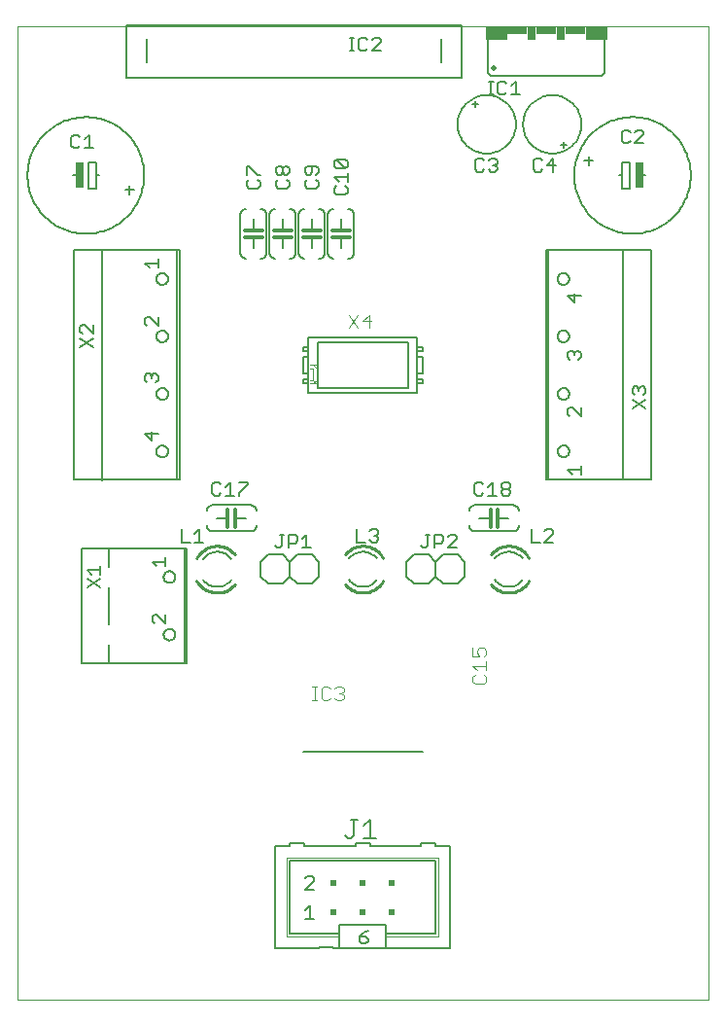
<source format=gto>
G75*
%MOIN*%
%OFA0B0*%
%FSLAX24Y24*%
%IPPOS*%
%LPD*%
%AMOC8*
5,1,8,0,0,1.08239X$1,22.5*
%
%ADD10C,0.0000*%
%ADD11C,0.0050*%
%ADD12C,0.0060*%
%ADD13C,0.0120*%
%ADD14C,0.0100*%
%ADD15R,0.0250X0.0900*%
%ADD16C,0.0200*%
%ADD17R,0.0750X0.0500*%
%ADD18R,0.0700X0.0300*%
%ADD19R,0.0300X0.0500*%
%ADD20C,0.0040*%
%ADD21C,0.0020*%
%ADD22C,0.0070*%
%ADD23R,0.0200X0.0200*%
%ADD24C,0.0080*%
D10*
X007676Y000126D02*
X007676Y033501D01*
X031376Y033501D01*
X031376Y000126D01*
X007676Y000126D01*
D11*
X012376Y013024D02*
X012301Y013100D01*
X012301Y013250D01*
X012376Y013325D01*
X012451Y013325D01*
X012751Y013024D01*
X012751Y013325D01*
X012751Y014974D02*
X012751Y015275D01*
X012751Y015125D02*
X012301Y015125D01*
X012451Y014974D01*
X013301Y015801D02*
X013601Y015801D01*
X013762Y015801D02*
X014062Y015801D01*
X013912Y015801D02*
X013912Y016251D01*
X013762Y016101D01*
X013301Y016251D02*
X013301Y015801D01*
X014436Y017401D02*
X014586Y017401D01*
X014661Y017476D01*
X014821Y017401D02*
X015121Y017401D01*
X014971Y017401D02*
X014971Y017851D01*
X014821Y017701D01*
X014661Y017776D02*
X014586Y017851D01*
X014436Y017851D01*
X014361Y017776D01*
X014361Y017476D01*
X014436Y017401D01*
X015281Y017401D02*
X015281Y017476D01*
X015582Y017776D01*
X015582Y017851D01*
X015281Y017851D01*
X016671Y016071D02*
X016821Y016071D01*
X016746Y016071D02*
X016746Y015696D01*
X016671Y015621D01*
X016596Y015621D01*
X016521Y015696D01*
X016982Y015771D02*
X017207Y015771D01*
X017282Y015846D01*
X017282Y015996D01*
X017207Y016071D01*
X016982Y016071D01*
X016982Y015621D01*
X017442Y015621D02*
X017742Y015621D01*
X017592Y015621D02*
X017592Y016071D01*
X017442Y015921D01*
X019301Y015801D02*
X019601Y015801D01*
X019762Y015876D02*
X019837Y015801D01*
X019987Y015801D01*
X020062Y015876D01*
X020062Y015951D01*
X019987Y016026D01*
X019912Y016026D01*
X019987Y016026D02*
X020062Y016101D01*
X020062Y016176D01*
X019987Y016251D01*
X019837Y016251D01*
X019762Y016176D01*
X019301Y016251D02*
X019301Y015801D01*
X021521Y015696D02*
X021596Y015621D01*
X021671Y015621D01*
X021746Y015696D01*
X021746Y016071D01*
X021671Y016071D02*
X021821Y016071D01*
X021982Y016071D02*
X022207Y016071D01*
X022282Y015996D01*
X022282Y015846D01*
X022207Y015771D01*
X021982Y015771D01*
X021982Y015621D02*
X021982Y016071D01*
X022442Y015996D02*
X022517Y016071D01*
X022667Y016071D01*
X022742Y015996D01*
X022742Y015921D01*
X022442Y015621D01*
X022742Y015621D01*
X023436Y017401D02*
X023586Y017401D01*
X023661Y017476D01*
X023821Y017401D02*
X024121Y017401D01*
X023971Y017401D02*
X023971Y017851D01*
X023821Y017701D01*
X023661Y017776D02*
X023586Y017851D01*
X023436Y017851D01*
X023361Y017776D01*
X023361Y017476D01*
X023436Y017401D01*
X024281Y017476D02*
X024281Y017551D01*
X024356Y017626D01*
X024507Y017626D01*
X024582Y017551D01*
X024582Y017476D01*
X024507Y017401D01*
X024356Y017401D01*
X024281Y017476D01*
X024356Y017626D02*
X024281Y017701D01*
X024281Y017776D01*
X024356Y017851D01*
X024507Y017851D01*
X024582Y017776D01*
X024582Y017701D01*
X024507Y017626D01*
X025301Y016251D02*
X025301Y015801D01*
X025601Y015801D01*
X025762Y015801D02*
X026062Y016101D01*
X026062Y016176D01*
X025987Y016251D01*
X025837Y016251D01*
X025762Y016176D01*
X025762Y015801D02*
X026062Y015801D01*
X026701Y018129D02*
X026551Y018279D01*
X027001Y018279D01*
X027001Y018129D02*
X027001Y018430D01*
X027001Y020116D02*
X026701Y020417D01*
X026626Y020417D01*
X026551Y020342D01*
X026551Y020191D01*
X026626Y020116D01*
X027001Y020116D02*
X027001Y020417D01*
X026926Y022066D02*
X027001Y022141D01*
X027001Y022292D01*
X026926Y022367D01*
X026851Y022367D01*
X026776Y022292D01*
X026776Y022216D01*
X026776Y022292D02*
X026701Y022367D01*
X026626Y022367D01*
X026551Y022292D01*
X026551Y022141D01*
X026626Y022066D01*
X026776Y024035D02*
X026551Y024260D01*
X027001Y024260D01*
X026776Y024335D02*
X026776Y024035D01*
X028846Y021147D02*
X028921Y021147D01*
X028996Y021072D01*
X029071Y021147D01*
X029146Y021147D01*
X029221Y021072D01*
X029221Y020922D01*
X029146Y020847D01*
X029221Y020687D02*
X028771Y020386D01*
X028771Y020687D02*
X029221Y020386D01*
X028846Y020847D02*
X028771Y020922D01*
X028771Y021072D01*
X028846Y021147D01*
X028996Y021072D02*
X028996Y020997D01*
X026066Y028501D02*
X026066Y028951D01*
X025841Y028726D01*
X026141Y028726D01*
X025681Y028876D02*
X025606Y028951D01*
X025455Y028951D01*
X025380Y028876D01*
X025380Y028576D01*
X025455Y028501D01*
X025606Y028501D01*
X025681Y028576D01*
X024141Y028576D02*
X024066Y028501D01*
X023916Y028501D01*
X023841Y028576D01*
X023681Y028576D02*
X023606Y028501D01*
X023455Y028501D01*
X023380Y028576D01*
X023380Y028876D01*
X023455Y028951D01*
X023606Y028951D01*
X023681Y028876D01*
X023841Y028876D02*
X023916Y028951D01*
X024066Y028951D01*
X024141Y028876D01*
X024141Y028801D01*
X024066Y028726D01*
X024141Y028651D01*
X024141Y028576D01*
X024066Y028726D02*
X023991Y028726D01*
X024001Y031146D02*
X023850Y031146D01*
X023925Y031146D02*
X023925Y031596D01*
X023850Y031596D02*
X024001Y031596D01*
X024157Y031521D02*
X024157Y031221D01*
X024232Y031146D01*
X024383Y031146D01*
X024458Y031221D01*
X024618Y031146D02*
X024918Y031146D01*
X024768Y031146D02*
X024768Y031596D01*
X024618Y031446D01*
X024458Y031521D02*
X024383Y031596D01*
X024232Y031596D01*
X024157Y031521D01*
X022912Y031738D02*
X011416Y031738D01*
X011416Y033529D01*
X022912Y033529D01*
X022912Y031738D01*
X022203Y032269D02*
X022203Y033057D01*
X020143Y033026D02*
X020068Y033101D01*
X019918Y033101D01*
X019842Y033026D01*
X019682Y033026D02*
X019607Y033101D01*
X019457Y033101D01*
X019382Y033026D01*
X019382Y032726D01*
X019457Y032651D01*
X019607Y032651D01*
X019682Y032726D01*
X019842Y032651D02*
X020143Y032951D01*
X020143Y033026D01*
X020143Y032651D02*
X019842Y032651D01*
X019225Y032651D02*
X019075Y032651D01*
X019150Y032651D02*
X019150Y033101D01*
X019075Y033101D02*
X019225Y033101D01*
X018926Y028931D02*
X018626Y028931D01*
X018926Y028631D01*
X019001Y028706D01*
X019001Y028856D01*
X018926Y028931D01*
X018626Y028931D02*
X018551Y028856D01*
X018551Y028706D01*
X018626Y028631D01*
X018926Y028631D01*
X019001Y028471D02*
X019001Y028170D01*
X019001Y028321D02*
X018551Y028321D01*
X018701Y028170D01*
X018626Y028010D02*
X018551Y027935D01*
X018551Y027785D01*
X018626Y027710D01*
X018926Y027710D01*
X019001Y027785D01*
X019001Y027935D01*
X018926Y028010D01*
X018001Y028015D02*
X017926Y027940D01*
X017626Y027940D01*
X017551Y028015D01*
X017551Y028165D01*
X017626Y028240D01*
X017626Y028401D02*
X017701Y028401D01*
X017776Y028476D01*
X017776Y028701D01*
X017926Y028701D02*
X017626Y028701D01*
X017551Y028626D01*
X017551Y028476D01*
X017626Y028401D01*
X017926Y028401D02*
X018001Y028476D01*
X018001Y028626D01*
X017926Y028701D01*
X017926Y028240D02*
X018001Y028165D01*
X018001Y028015D01*
X017001Y028015D02*
X016926Y027940D01*
X016626Y027940D01*
X016551Y028015D01*
X016551Y028165D01*
X016626Y028240D01*
X016626Y028401D02*
X016701Y028401D01*
X016776Y028476D01*
X016776Y028626D01*
X016851Y028701D01*
X016926Y028701D01*
X017001Y028626D01*
X017001Y028476D01*
X016926Y028401D01*
X016851Y028401D01*
X016776Y028476D01*
X016776Y028626D02*
X016701Y028701D01*
X016626Y028701D01*
X016551Y028626D01*
X016551Y028476D01*
X016626Y028401D01*
X016926Y028240D02*
X017001Y028165D01*
X017001Y028015D01*
X016001Y028015D02*
X016001Y028165D01*
X015926Y028240D01*
X015926Y028401D02*
X016001Y028401D01*
X015926Y028401D02*
X015626Y028701D01*
X015551Y028701D01*
X015551Y028401D01*
X015626Y028240D02*
X015551Y028165D01*
X015551Y028015D01*
X015626Y027940D01*
X015926Y027940D01*
X016001Y028015D01*
X012501Y025512D02*
X012501Y025211D01*
X012501Y025362D02*
X012051Y025362D01*
X012201Y025211D01*
X012201Y023525D02*
X012126Y023525D01*
X012051Y023450D01*
X012051Y023300D01*
X012126Y023224D01*
X012201Y023525D02*
X012501Y023224D01*
X012501Y023525D01*
X012426Y021575D02*
X012501Y021500D01*
X012501Y021350D01*
X012426Y021274D01*
X012276Y021425D02*
X012276Y021500D01*
X012351Y021575D01*
X012426Y021575D01*
X012276Y021500D02*
X012201Y021575D01*
X012126Y021575D01*
X012051Y021500D01*
X012051Y021350D01*
X012126Y021274D01*
X012276Y019606D02*
X012276Y019306D01*
X012051Y019531D01*
X012501Y019531D01*
X010281Y022494D02*
X009831Y022794D01*
X009906Y022954D02*
X009831Y023030D01*
X009831Y023180D01*
X009906Y023255D01*
X009981Y023255D01*
X010281Y022954D01*
X010281Y023255D01*
X010281Y022794D02*
X009831Y022494D01*
X009756Y029321D02*
X009831Y029396D01*
X009756Y029321D02*
X009605Y029321D01*
X009530Y029396D01*
X009530Y029696D01*
X009605Y029771D01*
X009756Y029771D01*
X009831Y029696D01*
X009991Y029621D02*
X010141Y029771D01*
X010141Y029321D01*
X009991Y029321D02*
X010291Y029321D01*
X012125Y032269D02*
X012125Y033057D01*
X010531Y015005D02*
X010531Y014704D01*
X010531Y014855D02*
X010081Y014855D01*
X010231Y014704D01*
X010081Y014544D02*
X010531Y014244D01*
X010531Y014544D02*
X010081Y014244D01*
X017626Y004351D02*
X017551Y004276D01*
X017626Y004351D02*
X017776Y004351D01*
X017851Y004276D01*
X017851Y004201D01*
X017551Y003901D01*
X017851Y003901D01*
X017701Y003351D02*
X017701Y002901D01*
X017551Y002901D02*
X017851Y002901D01*
X017551Y003201D02*
X017701Y003351D01*
X019401Y002276D02*
X019401Y002126D01*
X019476Y002051D01*
X019626Y002051D01*
X019701Y002126D01*
X019701Y002201D01*
X019626Y002276D01*
X019401Y002276D01*
X019551Y002426D01*
X019701Y002501D01*
X028476Y029481D02*
X028626Y029481D01*
X028701Y029556D01*
X028862Y029481D02*
X029162Y029781D01*
X029162Y029856D01*
X029087Y029931D01*
X028937Y029931D01*
X028862Y029856D01*
X028701Y029856D02*
X028626Y029931D01*
X028476Y029931D01*
X028401Y029856D01*
X028401Y029556D01*
X028476Y029481D01*
X028862Y029481D02*
X029162Y029481D01*
D12*
X028676Y028826D02*
X028426Y028826D01*
X028426Y028376D01*
X028426Y027926D01*
X028676Y027926D01*
X028676Y028826D01*
X026776Y028376D02*
X026778Y028465D01*
X026784Y028554D01*
X026794Y028643D01*
X026808Y028731D01*
X026825Y028818D01*
X026847Y028904D01*
X026873Y028990D01*
X026902Y029074D01*
X026935Y029157D01*
X026971Y029238D01*
X027012Y029318D01*
X027055Y029395D01*
X027102Y029471D01*
X027153Y029544D01*
X027206Y029615D01*
X027263Y029684D01*
X027323Y029750D01*
X027386Y029814D01*
X027451Y029874D01*
X027519Y029932D01*
X027590Y029986D01*
X027663Y030037D01*
X027738Y030085D01*
X027815Y030130D01*
X027894Y030171D01*
X027975Y030208D01*
X028057Y030242D01*
X028141Y030273D01*
X028226Y030299D01*
X028312Y030322D01*
X028399Y030340D01*
X028487Y030355D01*
X028576Y030366D01*
X028665Y030373D01*
X028754Y030376D01*
X028843Y030375D01*
X028932Y030370D01*
X029020Y030361D01*
X029109Y030348D01*
X029196Y030331D01*
X029283Y030311D01*
X029369Y030286D01*
X029453Y030258D01*
X029536Y030226D01*
X029618Y030190D01*
X029698Y030151D01*
X029776Y030108D01*
X029852Y030062D01*
X029926Y030012D01*
X029998Y029959D01*
X030067Y029903D01*
X030134Y029844D01*
X030198Y029782D01*
X030259Y029718D01*
X030318Y029650D01*
X030373Y029580D01*
X030425Y029508D01*
X030474Y029433D01*
X030519Y029357D01*
X030561Y029278D01*
X030599Y029198D01*
X030634Y029116D01*
X030665Y029032D01*
X030693Y028947D01*
X030716Y028861D01*
X030736Y028774D01*
X030752Y028687D01*
X030764Y028598D01*
X030772Y028510D01*
X030776Y028421D01*
X030776Y028331D01*
X030772Y028242D01*
X030764Y028154D01*
X030752Y028065D01*
X030736Y027978D01*
X030716Y027891D01*
X030693Y027805D01*
X030665Y027720D01*
X030634Y027636D01*
X030599Y027554D01*
X030561Y027474D01*
X030519Y027395D01*
X030474Y027319D01*
X030425Y027244D01*
X030373Y027172D01*
X030318Y027102D01*
X030259Y027034D01*
X030198Y026970D01*
X030134Y026908D01*
X030067Y026849D01*
X029998Y026793D01*
X029926Y026740D01*
X029852Y026690D01*
X029776Y026644D01*
X029698Y026601D01*
X029618Y026562D01*
X029536Y026526D01*
X029453Y026494D01*
X029369Y026466D01*
X029283Y026441D01*
X029196Y026421D01*
X029109Y026404D01*
X029020Y026391D01*
X028932Y026382D01*
X028843Y026377D01*
X028754Y026376D01*
X028665Y026379D01*
X028576Y026386D01*
X028487Y026397D01*
X028399Y026412D01*
X028312Y026430D01*
X028226Y026453D01*
X028141Y026479D01*
X028057Y026510D01*
X027975Y026544D01*
X027894Y026581D01*
X027815Y026622D01*
X027738Y026667D01*
X027663Y026715D01*
X027590Y026766D01*
X027519Y026820D01*
X027451Y026878D01*
X027386Y026938D01*
X027323Y027002D01*
X027263Y027068D01*
X027206Y027137D01*
X027153Y027208D01*
X027102Y027281D01*
X027055Y027357D01*
X027012Y027434D01*
X026971Y027514D01*
X026935Y027595D01*
X026902Y027678D01*
X026873Y027762D01*
X026847Y027848D01*
X026825Y027934D01*
X026808Y028021D01*
X026794Y028109D01*
X026784Y028198D01*
X026778Y028287D01*
X026776Y028376D01*
X027276Y028726D02*
X027276Y029026D01*
X027426Y028876D02*
X027126Y028876D01*
X026526Y029426D02*
X026326Y029426D01*
X026426Y029526D02*
X026426Y029326D01*
X025026Y030126D02*
X025028Y030189D01*
X025034Y030251D01*
X025044Y030313D01*
X025057Y030375D01*
X025075Y030435D01*
X025096Y030494D01*
X025121Y030552D01*
X025150Y030608D01*
X025182Y030662D01*
X025217Y030714D01*
X025255Y030763D01*
X025297Y030811D01*
X025341Y030855D01*
X025389Y030897D01*
X025438Y030935D01*
X025490Y030970D01*
X025544Y031002D01*
X025600Y031031D01*
X025658Y031056D01*
X025717Y031077D01*
X025777Y031095D01*
X025839Y031108D01*
X025901Y031118D01*
X025963Y031124D01*
X026026Y031126D01*
X026089Y031124D01*
X026151Y031118D01*
X026213Y031108D01*
X026275Y031095D01*
X026335Y031077D01*
X026394Y031056D01*
X026452Y031031D01*
X026508Y031002D01*
X026562Y030970D01*
X026614Y030935D01*
X026663Y030897D01*
X026711Y030855D01*
X026755Y030811D01*
X026797Y030763D01*
X026835Y030714D01*
X026870Y030662D01*
X026902Y030608D01*
X026931Y030552D01*
X026956Y030494D01*
X026977Y030435D01*
X026995Y030375D01*
X027008Y030313D01*
X027018Y030251D01*
X027024Y030189D01*
X027026Y030126D01*
X027024Y030063D01*
X027018Y030001D01*
X027008Y029939D01*
X026995Y029877D01*
X026977Y029817D01*
X026956Y029758D01*
X026931Y029700D01*
X026902Y029644D01*
X026870Y029590D01*
X026835Y029538D01*
X026797Y029489D01*
X026755Y029441D01*
X026711Y029397D01*
X026663Y029355D01*
X026614Y029317D01*
X026562Y029282D01*
X026508Y029250D01*
X026452Y029221D01*
X026394Y029196D01*
X026335Y029175D01*
X026275Y029157D01*
X026213Y029144D01*
X026151Y029134D01*
X026089Y029128D01*
X026026Y029126D01*
X025963Y029128D01*
X025901Y029134D01*
X025839Y029144D01*
X025777Y029157D01*
X025717Y029175D01*
X025658Y029196D01*
X025600Y029221D01*
X025544Y029250D01*
X025490Y029282D01*
X025438Y029317D01*
X025389Y029355D01*
X025341Y029397D01*
X025297Y029441D01*
X025255Y029489D01*
X025217Y029538D01*
X025182Y029590D01*
X025150Y029644D01*
X025121Y029700D01*
X025096Y029758D01*
X025075Y029817D01*
X025057Y029877D01*
X025044Y029939D01*
X025034Y030001D01*
X025028Y030063D01*
X025026Y030126D01*
X022776Y030126D02*
X022778Y030189D01*
X022784Y030251D01*
X022794Y030313D01*
X022807Y030375D01*
X022825Y030435D01*
X022846Y030494D01*
X022871Y030552D01*
X022900Y030608D01*
X022932Y030662D01*
X022967Y030714D01*
X023005Y030763D01*
X023047Y030811D01*
X023091Y030855D01*
X023139Y030897D01*
X023188Y030935D01*
X023240Y030970D01*
X023294Y031002D01*
X023350Y031031D01*
X023408Y031056D01*
X023467Y031077D01*
X023527Y031095D01*
X023589Y031108D01*
X023651Y031118D01*
X023713Y031124D01*
X023776Y031126D01*
X023839Y031124D01*
X023901Y031118D01*
X023963Y031108D01*
X024025Y031095D01*
X024085Y031077D01*
X024144Y031056D01*
X024202Y031031D01*
X024258Y031002D01*
X024312Y030970D01*
X024364Y030935D01*
X024413Y030897D01*
X024461Y030855D01*
X024505Y030811D01*
X024547Y030763D01*
X024585Y030714D01*
X024620Y030662D01*
X024652Y030608D01*
X024681Y030552D01*
X024706Y030494D01*
X024727Y030435D01*
X024745Y030375D01*
X024758Y030313D01*
X024768Y030251D01*
X024774Y030189D01*
X024776Y030126D01*
X024774Y030063D01*
X024768Y030001D01*
X024758Y029939D01*
X024745Y029877D01*
X024727Y029817D01*
X024706Y029758D01*
X024681Y029700D01*
X024652Y029644D01*
X024620Y029590D01*
X024585Y029538D01*
X024547Y029489D01*
X024505Y029441D01*
X024461Y029397D01*
X024413Y029355D01*
X024364Y029317D01*
X024312Y029282D01*
X024258Y029250D01*
X024202Y029221D01*
X024144Y029196D01*
X024085Y029175D01*
X024025Y029157D01*
X023963Y029144D01*
X023901Y029134D01*
X023839Y029128D01*
X023776Y029126D01*
X023713Y029128D01*
X023651Y029134D01*
X023589Y029144D01*
X023527Y029157D01*
X023467Y029175D01*
X023408Y029196D01*
X023350Y029221D01*
X023294Y029250D01*
X023240Y029282D01*
X023188Y029317D01*
X023139Y029355D01*
X023091Y029397D01*
X023047Y029441D01*
X023005Y029489D01*
X022967Y029538D01*
X022932Y029590D01*
X022900Y029644D01*
X022871Y029700D01*
X022846Y029758D01*
X022825Y029817D01*
X022807Y029877D01*
X022794Y029939D01*
X022784Y030001D01*
X022778Y030063D01*
X022776Y030126D01*
X023376Y030726D02*
X023376Y030926D01*
X023276Y030826D02*
X023476Y030826D01*
X023925Y031801D02*
X023825Y031901D01*
X023825Y033051D01*
X023925Y031801D02*
X027725Y031801D01*
X027825Y031901D01*
X027825Y033051D01*
X028326Y028376D02*
X028426Y028376D01*
X029026Y028376D02*
X029226Y028376D01*
X029426Y025810D02*
X025886Y025810D01*
X025886Y017941D01*
X025806Y017941D01*
X025806Y025810D01*
X025886Y025810D01*
X026206Y024830D02*
X026208Y024858D01*
X026214Y024885D01*
X026223Y024911D01*
X026236Y024936D01*
X026253Y024959D01*
X026272Y024979D01*
X026294Y024996D01*
X026318Y025010D01*
X026344Y025020D01*
X026371Y025027D01*
X026399Y025030D01*
X026427Y025029D01*
X026454Y025024D01*
X026481Y025015D01*
X026506Y025003D01*
X026529Y024988D01*
X026550Y024969D01*
X026568Y024948D01*
X026583Y024924D01*
X026594Y024898D01*
X026602Y024872D01*
X026606Y024844D01*
X026606Y024816D01*
X026602Y024788D01*
X026594Y024762D01*
X026583Y024736D01*
X026568Y024712D01*
X026550Y024691D01*
X026529Y024672D01*
X026506Y024657D01*
X026481Y024645D01*
X026454Y024636D01*
X026427Y024631D01*
X026399Y024630D01*
X026371Y024633D01*
X026344Y024640D01*
X026318Y024650D01*
X026294Y024664D01*
X026272Y024681D01*
X026253Y024701D01*
X026236Y024724D01*
X026223Y024749D01*
X026214Y024775D01*
X026208Y024802D01*
X026206Y024830D01*
X026206Y022861D02*
X026208Y022889D01*
X026214Y022916D01*
X026223Y022942D01*
X026236Y022967D01*
X026253Y022990D01*
X026272Y023010D01*
X026294Y023027D01*
X026318Y023041D01*
X026344Y023051D01*
X026371Y023058D01*
X026399Y023061D01*
X026427Y023060D01*
X026454Y023055D01*
X026481Y023046D01*
X026506Y023034D01*
X026529Y023019D01*
X026550Y023000D01*
X026568Y022979D01*
X026583Y022955D01*
X026594Y022929D01*
X026602Y022903D01*
X026606Y022875D01*
X026606Y022847D01*
X026602Y022819D01*
X026594Y022793D01*
X026583Y022767D01*
X026568Y022743D01*
X026550Y022722D01*
X026529Y022703D01*
X026506Y022688D01*
X026481Y022676D01*
X026454Y022667D01*
X026427Y022662D01*
X026399Y022661D01*
X026371Y022664D01*
X026344Y022671D01*
X026318Y022681D01*
X026294Y022695D01*
X026272Y022712D01*
X026253Y022732D01*
X026236Y022755D01*
X026223Y022780D01*
X026214Y022806D01*
X026208Y022833D01*
X026206Y022861D01*
X026206Y020891D02*
X026208Y020919D01*
X026214Y020946D01*
X026223Y020972D01*
X026236Y020997D01*
X026253Y021020D01*
X026272Y021040D01*
X026294Y021057D01*
X026318Y021071D01*
X026344Y021081D01*
X026371Y021088D01*
X026399Y021091D01*
X026427Y021090D01*
X026454Y021085D01*
X026481Y021076D01*
X026506Y021064D01*
X026529Y021049D01*
X026550Y021030D01*
X026568Y021009D01*
X026583Y020985D01*
X026594Y020959D01*
X026602Y020933D01*
X026606Y020905D01*
X026606Y020877D01*
X026602Y020849D01*
X026594Y020823D01*
X026583Y020797D01*
X026568Y020773D01*
X026550Y020752D01*
X026529Y020733D01*
X026506Y020718D01*
X026481Y020706D01*
X026454Y020697D01*
X026427Y020692D01*
X026399Y020691D01*
X026371Y020694D01*
X026344Y020701D01*
X026318Y020711D01*
X026294Y020725D01*
X026272Y020742D01*
X026253Y020762D01*
X026236Y020785D01*
X026223Y020810D01*
X026214Y020836D01*
X026208Y020863D01*
X026206Y020891D01*
X026206Y018924D02*
X026208Y018952D01*
X026214Y018979D01*
X026223Y019005D01*
X026236Y019030D01*
X026253Y019053D01*
X026272Y019073D01*
X026294Y019090D01*
X026318Y019104D01*
X026344Y019114D01*
X026371Y019121D01*
X026399Y019124D01*
X026427Y019123D01*
X026454Y019118D01*
X026481Y019109D01*
X026506Y019097D01*
X026529Y019082D01*
X026550Y019063D01*
X026568Y019042D01*
X026583Y019018D01*
X026594Y018992D01*
X026602Y018966D01*
X026606Y018938D01*
X026606Y018910D01*
X026602Y018882D01*
X026594Y018856D01*
X026583Y018830D01*
X026568Y018806D01*
X026550Y018785D01*
X026529Y018766D01*
X026506Y018751D01*
X026481Y018739D01*
X026454Y018730D01*
X026427Y018725D01*
X026399Y018724D01*
X026371Y018727D01*
X026344Y018734D01*
X026318Y018744D01*
X026294Y018758D01*
X026272Y018775D01*
X026253Y018795D01*
X026236Y018818D01*
X026223Y018843D01*
X026214Y018869D01*
X026208Y018896D01*
X026206Y018924D01*
X025886Y017941D02*
X028457Y017941D01*
X028457Y025813D01*
X029426Y025810D02*
X029426Y017941D01*
X028457Y017941D01*
X024676Y017076D02*
X023376Y017076D01*
X023350Y017074D01*
X023324Y017069D01*
X023299Y017061D01*
X023276Y017049D01*
X023254Y017035D01*
X023235Y017017D01*
X023217Y016998D01*
X023203Y016976D01*
X023191Y016953D01*
X023183Y016928D01*
X023178Y016902D01*
X023176Y016876D01*
X023526Y016626D02*
X023906Y016626D01*
X024156Y016626D02*
X024526Y016626D01*
X024876Y016876D02*
X024874Y016902D01*
X024869Y016928D01*
X024861Y016953D01*
X024849Y016976D01*
X024835Y016998D01*
X024817Y017017D01*
X024798Y017035D01*
X024776Y017049D01*
X024753Y017061D01*
X024728Y017069D01*
X024702Y017074D01*
X024676Y017076D01*
X024876Y016376D02*
X024874Y016350D01*
X024869Y016324D01*
X024861Y016299D01*
X024849Y016276D01*
X024835Y016254D01*
X024817Y016235D01*
X024798Y016217D01*
X024776Y016203D01*
X024753Y016191D01*
X024728Y016183D01*
X024702Y016178D01*
X024676Y016176D01*
X023376Y016176D01*
X023350Y016178D01*
X023324Y016183D01*
X023299Y016191D01*
X023276Y016203D01*
X023254Y016217D01*
X023235Y016235D01*
X023217Y016254D01*
X023203Y016276D01*
X023191Y016299D01*
X023183Y016324D01*
X023178Y016350D01*
X023176Y016376D01*
X022776Y015376D02*
X023026Y015126D01*
X023026Y014626D01*
X022776Y014376D01*
X022276Y014376D01*
X022026Y014626D01*
X021776Y014376D01*
X021276Y014376D01*
X021026Y014626D01*
X021026Y015126D01*
X021276Y015376D01*
X021776Y015376D01*
X022026Y015126D01*
X022276Y015376D01*
X022776Y015376D01*
X022026Y015126D02*
X022026Y014626D01*
X024526Y015476D02*
X024571Y015474D01*
X024617Y015469D01*
X024661Y015461D01*
X024705Y015449D01*
X024748Y015433D01*
X024790Y015415D01*
X024830Y015393D01*
X024868Y015369D01*
X024904Y015342D01*
X024939Y015312D01*
X024970Y015279D01*
X025000Y015244D01*
X024526Y014276D02*
X024479Y014278D01*
X024431Y014284D01*
X024385Y014293D01*
X024339Y014306D01*
X024295Y014322D01*
X024251Y014343D01*
X024210Y014366D01*
X024171Y014392D01*
X024134Y014422D01*
X024099Y014455D01*
X024067Y014490D01*
X024038Y014527D01*
X024526Y014276D02*
X024572Y014278D01*
X024618Y014283D01*
X024664Y014292D01*
X024709Y014304D01*
X024752Y014320D01*
X024794Y014339D01*
X024835Y014362D01*
X024874Y014387D01*
X024910Y014415D01*
X024945Y014446D01*
X024977Y014480D01*
X025006Y014516D01*
X024526Y015476D02*
X024481Y015474D01*
X024435Y015469D01*
X024391Y015461D01*
X024347Y015449D01*
X024304Y015433D01*
X024262Y015415D01*
X024222Y015393D01*
X024184Y015369D01*
X024148Y015342D01*
X024113Y015312D01*
X024082Y015279D01*
X024052Y015244D01*
X019526Y014276D02*
X019479Y014278D01*
X019431Y014284D01*
X019385Y014293D01*
X019339Y014306D01*
X019295Y014322D01*
X019251Y014343D01*
X019210Y014366D01*
X019171Y014392D01*
X019134Y014422D01*
X019099Y014455D01*
X019067Y014490D01*
X019038Y014527D01*
X019526Y015476D02*
X019571Y015474D01*
X019617Y015469D01*
X019661Y015461D01*
X019705Y015449D01*
X019748Y015433D01*
X019790Y015415D01*
X019830Y015393D01*
X019868Y015369D01*
X019904Y015342D01*
X019939Y015312D01*
X019970Y015279D01*
X020000Y015244D01*
X019526Y015476D02*
X019481Y015474D01*
X019435Y015469D01*
X019391Y015461D01*
X019347Y015449D01*
X019304Y015433D01*
X019262Y015415D01*
X019222Y015393D01*
X019184Y015369D01*
X019148Y015342D01*
X019113Y015312D01*
X019082Y015279D01*
X019052Y015244D01*
X019526Y014276D02*
X019572Y014278D01*
X019618Y014283D01*
X019664Y014292D01*
X019709Y014304D01*
X019752Y014320D01*
X019794Y014339D01*
X019835Y014362D01*
X019874Y014387D01*
X019910Y014415D01*
X019945Y014446D01*
X019977Y014480D01*
X020006Y014516D01*
X018026Y014626D02*
X017776Y014376D01*
X017276Y014376D01*
X017026Y014626D01*
X016776Y014376D01*
X016276Y014376D01*
X016026Y014626D01*
X016026Y015126D01*
X016276Y015376D01*
X016776Y015376D01*
X017026Y015126D01*
X017276Y015376D01*
X017776Y015376D01*
X018026Y015126D01*
X018026Y014626D01*
X017026Y014626D02*
X017026Y015126D01*
X015676Y016176D02*
X014376Y016176D01*
X014350Y016178D01*
X014324Y016183D01*
X014299Y016191D01*
X014276Y016203D01*
X014254Y016217D01*
X014235Y016235D01*
X014217Y016254D01*
X014203Y016276D01*
X014191Y016299D01*
X014183Y016324D01*
X014178Y016350D01*
X014176Y016376D01*
X014526Y016626D02*
X014896Y016626D01*
X015146Y016626D02*
X015526Y016626D01*
X015876Y016876D02*
X015874Y016902D01*
X015869Y016928D01*
X015861Y016953D01*
X015849Y016976D01*
X015835Y016998D01*
X015817Y017017D01*
X015798Y017035D01*
X015776Y017049D01*
X015753Y017061D01*
X015728Y017069D01*
X015702Y017074D01*
X015676Y017076D01*
X014376Y017076D01*
X014350Y017074D01*
X014324Y017069D01*
X014299Y017061D01*
X014276Y017049D01*
X014254Y017035D01*
X014235Y017017D01*
X014217Y016998D01*
X014203Y016976D01*
X014191Y016953D01*
X014183Y016928D01*
X014178Y016902D01*
X014176Y016876D01*
X013246Y017941D02*
X013246Y025810D01*
X013166Y025810D01*
X013166Y017941D01*
X009626Y017941D01*
X009626Y025810D01*
X010595Y025810D01*
X013166Y025810D01*
X012446Y024827D02*
X012448Y024855D01*
X012454Y024882D01*
X012463Y024908D01*
X012476Y024933D01*
X012493Y024956D01*
X012512Y024976D01*
X012534Y024993D01*
X012558Y025007D01*
X012584Y025017D01*
X012611Y025024D01*
X012639Y025027D01*
X012667Y025026D01*
X012694Y025021D01*
X012721Y025012D01*
X012746Y025000D01*
X012769Y024985D01*
X012790Y024966D01*
X012808Y024945D01*
X012823Y024921D01*
X012834Y024895D01*
X012842Y024869D01*
X012846Y024841D01*
X012846Y024813D01*
X012842Y024785D01*
X012834Y024759D01*
X012823Y024733D01*
X012808Y024709D01*
X012790Y024688D01*
X012769Y024669D01*
X012746Y024654D01*
X012721Y024642D01*
X012694Y024633D01*
X012667Y024628D01*
X012639Y024627D01*
X012611Y024630D01*
X012584Y024637D01*
X012558Y024647D01*
X012534Y024661D01*
X012512Y024678D01*
X012493Y024698D01*
X012476Y024721D01*
X012463Y024746D01*
X012454Y024772D01*
X012448Y024799D01*
X012446Y024827D01*
X012446Y022860D02*
X012448Y022888D01*
X012454Y022915D01*
X012463Y022941D01*
X012476Y022966D01*
X012493Y022989D01*
X012512Y023009D01*
X012534Y023026D01*
X012558Y023040D01*
X012584Y023050D01*
X012611Y023057D01*
X012639Y023060D01*
X012667Y023059D01*
X012694Y023054D01*
X012721Y023045D01*
X012746Y023033D01*
X012769Y023018D01*
X012790Y022999D01*
X012808Y022978D01*
X012823Y022954D01*
X012834Y022928D01*
X012842Y022902D01*
X012846Y022874D01*
X012846Y022846D01*
X012842Y022818D01*
X012834Y022792D01*
X012823Y022766D01*
X012808Y022742D01*
X012790Y022721D01*
X012769Y022702D01*
X012746Y022687D01*
X012721Y022675D01*
X012694Y022666D01*
X012667Y022661D01*
X012639Y022660D01*
X012611Y022663D01*
X012584Y022670D01*
X012558Y022680D01*
X012534Y022694D01*
X012512Y022711D01*
X012493Y022731D01*
X012476Y022754D01*
X012463Y022779D01*
X012454Y022805D01*
X012448Y022832D01*
X012446Y022860D01*
X012446Y020890D02*
X012448Y020918D01*
X012454Y020945D01*
X012463Y020971D01*
X012476Y020996D01*
X012493Y021019D01*
X012512Y021039D01*
X012534Y021056D01*
X012558Y021070D01*
X012584Y021080D01*
X012611Y021087D01*
X012639Y021090D01*
X012667Y021089D01*
X012694Y021084D01*
X012721Y021075D01*
X012746Y021063D01*
X012769Y021048D01*
X012790Y021029D01*
X012808Y021008D01*
X012823Y020984D01*
X012834Y020958D01*
X012842Y020932D01*
X012846Y020904D01*
X012846Y020876D01*
X012842Y020848D01*
X012834Y020822D01*
X012823Y020796D01*
X012808Y020772D01*
X012790Y020751D01*
X012769Y020732D01*
X012746Y020717D01*
X012721Y020705D01*
X012694Y020696D01*
X012667Y020691D01*
X012639Y020690D01*
X012611Y020693D01*
X012584Y020700D01*
X012558Y020710D01*
X012534Y020724D01*
X012512Y020741D01*
X012493Y020761D01*
X012476Y020784D01*
X012463Y020809D01*
X012454Y020835D01*
X012448Y020862D01*
X012446Y020890D01*
X012446Y018921D02*
X012448Y018949D01*
X012454Y018976D01*
X012463Y019002D01*
X012476Y019027D01*
X012493Y019050D01*
X012512Y019070D01*
X012534Y019087D01*
X012558Y019101D01*
X012584Y019111D01*
X012611Y019118D01*
X012639Y019121D01*
X012667Y019120D01*
X012694Y019115D01*
X012721Y019106D01*
X012746Y019094D01*
X012769Y019079D01*
X012790Y019060D01*
X012808Y019039D01*
X012823Y019015D01*
X012834Y018989D01*
X012842Y018963D01*
X012846Y018935D01*
X012846Y018907D01*
X012842Y018879D01*
X012834Y018853D01*
X012823Y018827D01*
X012808Y018803D01*
X012790Y018782D01*
X012769Y018763D01*
X012746Y018748D01*
X012721Y018736D01*
X012694Y018727D01*
X012667Y018722D01*
X012639Y018721D01*
X012611Y018724D01*
X012584Y018731D01*
X012558Y018741D01*
X012534Y018755D01*
X012512Y018772D01*
X012493Y018792D01*
X012476Y018815D01*
X012463Y018840D01*
X012454Y018866D01*
X012448Y018893D01*
X012446Y018921D01*
X013166Y017941D02*
X013246Y017941D01*
X013416Y015590D02*
X013496Y015590D01*
X013496Y011660D01*
X013416Y011660D01*
X010816Y011660D01*
X009876Y011660D01*
X009876Y015590D01*
X010816Y015590D01*
X013416Y015590D01*
X013416Y011660D01*
X012696Y012640D02*
X012698Y012668D01*
X012704Y012695D01*
X012713Y012721D01*
X012726Y012746D01*
X012743Y012769D01*
X012762Y012789D01*
X012784Y012806D01*
X012808Y012820D01*
X012834Y012830D01*
X012861Y012837D01*
X012889Y012840D01*
X012917Y012839D01*
X012944Y012834D01*
X012971Y012825D01*
X012996Y012813D01*
X013019Y012798D01*
X013040Y012779D01*
X013058Y012758D01*
X013073Y012734D01*
X013084Y012708D01*
X013092Y012682D01*
X013096Y012654D01*
X013096Y012626D01*
X013092Y012598D01*
X013084Y012572D01*
X013073Y012546D01*
X013058Y012522D01*
X013040Y012501D01*
X013019Y012482D01*
X012996Y012467D01*
X012971Y012455D01*
X012944Y012446D01*
X012917Y012441D01*
X012889Y012440D01*
X012861Y012443D01*
X012834Y012450D01*
X012808Y012460D01*
X012784Y012474D01*
X012762Y012491D01*
X012743Y012511D01*
X012726Y012534D01*
X012713Y012559D01*
X012704Y012585D01*
X012698Y012612D01*
X012696Y012640D01*
X012696Y014610D02*
X012698Y014638D01*
X012704Y014665D01*
X012713Y014691D01*
X012726Y014716D01*
X012743Y014739D01*
X012762Y014759D01*
X012784Y014776D01*
X012808Y014790D01*
X012834Y014800D01*
X012861Y014807D01*
X012889Y014810D01*
X012917Y014809D01*
X012944Y014804D01*
X012971Y014795D01*
X012996Y014783D01*
X013019Y014768D01*
X013040Y014749D01*
X013058Y014728D01*
X013073Y014704D01*
X013084Y014678D01*
X013092Y014652D01*
X013096Y014624D01*
X013096Y014596D01*
X013092Y014568D01*
X013084Y014542D01*
X013073Y014516D01*
X013058Y014492D01*
X013040Y014471D01*
X013019Y014452D01*
X012996Y014437D01*
X012971Y014425D01*
X012944Y014416D01*
X012917Y014411D01*
X012889Y014410D01*
X012861Y014413D01*
X012834Y014420D01*
X012808Y014430D01*
X012784Y014444D01*
X012762Y014461D01*
X012743Y014481D01*
X012726Y014504D01*
X012713Y014529D01*
X012704Y014555D01*
X012698Y014582D01*
X012696Y014610D01*
X014526Y015476D02*
X014573Y015474D01*
X014621Y015468D01*
X014667Y015459D01*
X014713Y015446D01*
X014757Y015430D01*
X014801Y015409D01*
X014842Y015386D01*
X014881Y015360D01*
X014918Y015330D01*
X014953Y015297D01*
X014985Y015262D01*
X015014Y015225D01*
X014526Y014276D02*
X014481Y014278D01*
X014435Y014283D01*
X014391Y014291D01*
X014347Y014303D01*
X014304Y014319D01*
X014262Y014337D01*
X014222Y014359D01*
X014184Y014383D01*
X014148Y014410D01*
X014113Y014440D01*
X014082Y014473D01*
X014052Y014508D01*
X014526Y014276D02*
X014571Y014278D01*
X014617Y014283D01*
X014661Y014291D01*
X014705Y014303D01*
X014748Y014319D01*
X014790Y014337D01*
X014830Y014359D01*
X014868Y014383D01*
X014904Y014410D01*
X014939Y014440D01*
X014970Y014473D01*
X015000Y014508D01*
X014526Y015476D02*
X014480Y015474D01*
X014434Y015469D01*
X014388Y015460D01*
X014343Y015448D01*
X014300Y015432D01*
X014258Y015413D01*
X014217Y015390D01*
X014178Y015365D01*
X014142Y015337D01*
X014107Y015306D01*
X014075Y015272D01*
X014046Y015236D01*
X015676Y016176D02*
X015702Y016178D01*
X015728Y016183D01*
X015753Y016191D01*
X015776Y016203D01*
X015798Y016217D01*
X015817Y016235D01*
X015835Y016254D01*
X015849Y016276D01*
X015861Y016299D01*
X015869Y016324D01*
X015874Y016350D01*
X015876Y016376D01*
X010816Y015590D02*
X010816Y014960D01*
X010816Y014260D02*
X010816Y012990D01*
X010816Y012290D02*
X010816Y011660D01*
X010595Y017939D02*
X010595Y025810D01*
X010376Y027926D02*
X010126Y027926D01*
X010126Y028826D01*
X010376Y028826D01*
X010376Y028376D01*
X010376Y027926D01*
X010376Y028376D02*
X010476Y028376D01*
X008026Y028376D02*
X008028Y028465D01*
X008034Y028554D01*
X008044Y028643D01*
X008058Y028731D01*
X008075Y028818D01*
X008097Y028904D01*
X008123Y028990D01*
X008152Y029074D01*
X008185Y029157D01*
X008221Y029238D01*
X008262Y029318D01*
X008305Y029395D01*
X008352Y029471D01*
X008403Y029544D01*
X008456Y029615D01*
X008513Y029684D01*
X008573Y029750D01*
X008636Y029814D01*
X008701Y029874D01*
X008769Y029932D01*
X008840Y029986D01*
X008913Y030037D01*
X008988Y030085D01*
X009065Y030130D01*
X009144Y030171D01*
X009225Y030208D01*
X009307Y030242D01*
X009391Y030273D01*
X009476Y030299D01*
X009562Y030322D01*
X009649Y030340D01*
X009737Y030355D01*
X009826Y030366D01*
X009915Y030373D01*
X010004Y030376D01*
X010093Y030375D01*
X010182Y030370D01*
X010270Y030361D01*
X010359Y030348D01*
X010446Y030331D01*
X010533Y030311D01*
X010619Y030286D01*
X010703Y030258D01*
X010786Y030226D01*
X010868Y030190D01*
X010948Y030151D01*
X011026Y030108D01*
X011102Y030062D01*
X011176Y030012D01*
X011248Y029959D01*
X011317Y029903D01*
X011384Y029844D01*
X011448Y029782D01*
X011509Y029718D01*
X011568Y029650D01*
X011623Y029580D01*
X011675Y029508D01*
X011724Y029433D01*
X011769Y029357D01*
X011811Y029278D01*
X011849Y029198D01*
X011884Y029116D01*
X011915Y029032D01*
X011943Y028947D01*
X011966Y028861D01*
X011986Y028774D01*
X012002Y028687D01*
X012014Y028598D01*
X012022Y028510D01*
X012026Y028421D01*
X012026Y028331D01*
X012022Y028242D01*
X012014Y028154D01*
X012002Y028065D01*
X011986Y027978D01*
X011966Y027891D01*
X011943Y027805D01*
X011915Y027720D01*
X011884Y027636D01*
X011849Y027554D01*
X011811Y027474D01*
X011769Y027395D01*
X011724Y027319D01*
X011675Y027244D01*
X011623Y027172D01*
X011568Y027102D01*
X011509Y027034D01*
X011448Y026970D01*
X011384Y026908D01*
X011317Y026849D01*
X011248Y026793D01*
X011176Y026740D01*
X011102Y026690D01*
X011026Y026644D01*
X010948Y026601D01*
X010868Y026562D01*
X010786Y026526D01*
X010703Y026494D01*
X010619Y026466D01*
X010533Y026441D01*
X010446Y026421D01*
X010359Y026404D01*
X010270Y026391D01*
X010182Y026382D01*
X010093Y026377D01*
X010004Y026376D01*
X009915Y026379D01*
X009826Y026386D01*
X009737Y026397D01*
X009649Y026412D01*
X009562Y026430D01*
X009476Y026453D01*
X009391Y026479D01*
X009307Y026510D01*
X009225Y026544D01*
X009144Y026581D01*
X009065Y026622D01*
X008988Y026667D01*
X008913Y026715D01*
X008840Y026766D01*
X008769Y026820D01*
X008701Y026878D01*
X008636Y026938D01*
X008573Y027002D01*
X008513Y027068D01*
X008456Y027137D01*
X008403Y027208D01*
X008352Y027281D01*
X008305Y027357D01*
X008262Y027434D01*
X008221Y027514D01*
X008185Y027595D01*
X008152Y027678D01*
X008123Y027762D01*
X008097Y027848D01*
X008075Y027934D01*
X008058Y028021D01*
X008044Y028109D01*
X008034Y028198D01*
X008028Y028287D01*
X008026Y028376D01*
X009576Y028376D02*
X009776Y028376D01*
X011376Y027876D02*
X011676Y027876D01*
X011526Y027726D02*
X011526Y028026D01*
X015326Y027026D02*
X015326Y025726D01*
X015328Y025700D01*
X015333Y025674D01*
X015341Y025649D01*
X015353Y025626D01*
X015367Y025604D01*
X015385Y025585D01*
X015404Y025567D01*
X015426Y025553D01*
X015449Y025541D01*
X015474Y025533D01*
X015500Y025528D01*
X015526Y025526D01*
X015776Y025876D02*
X015776Y026256D01*
X015776Y026506D02*
X015776Y026876D01*
X015526Y027226D02*
X015500Y027224D01*
X015474Y027219D01*
X015449Y027211D01*
X015426Y027199D01*
X015404Y027185D01*
X015385Y027167D01*
X015367Y027148D01*
X015353Y027126D01*
X015341Y027103D01*
X015333Y027078D01*
X015328Y027052D01*
X015326Y027026D01*
X016026Y027226D02*
X016052Y027224D01*
X016078Y027219D01*
X016103Y027211D01*
X016126Y027199D01*
X016148Y027185D01*
X016167Y027167D01*
X016185Y027148D01*
X016199Y027126D01*
X016211Y027103D01*
X016219Y027078D01*
X016224Y027052D01*
X016226Y027026D01*
X016226Y025726D01*
X016326Y025726D02*
X016326Y027026D01*
X016328Y027052D01*
X016333Y027078D01*
X016341Y027103D01*
X016353Y027126D01*
X016367Y027148D01*
X016385Y027167D01*
X016404Y027185D01*
X016426Y027199D01*
X016449Y027211D01*
X016474Y027219D01*
X016500Y027224D01*
X016526Y027226D01*
X016776Y026876D02*
X016776Y026506D01*
X016776Y026256D02*
X016776Y025876D01*
X016526Y025526D02*
X016500Y025528D01*
X016474Y025533D01*
X016449Y025541D01*
X016426Y025553D01*
X016404Y025567D01*
X016385Y025585D01*
X016367Y025604D01*
X016353Y025626D01*
X016341Y025649D01*
X016333Y025674D01*
X016328Y025700D01*
X016326Y025726D01*
X016226Y025726D02*
X016224Y025700D01*
X016219Y025674D01*
X016211Y025649D01*
X016199Y025626D01*
X016185Y025604D01*
X016167Y025585D01*
X016148Y025567D01*
X016126Y025553D01*
X016103Y025541D01*
X016078Y025533D01*
X016052Y025528D01*
X016026Y025526D01*
X017026Y025526D02*
X017052Y025528D01*
X017078Y025533D01*
X017103Y025541D01*
X017126Y025553D01*
X017148Y025567D01*
X017167Y025585D01*
X017185Y025604D01*
X017199Y025626D01*
X017211Y025649D01*
X017219Y025674D01*
X017224Y025700D01*
X017226Y025726D01*
X017226Y027026D01*
X017326Y027026D02*
X017326Y025726D01*
X017328Y025700D01*
X017333Y025674D01*
X017341Y025649D01*
X017353Y025626D01*
X017367Y025604D01*
X017385Y025585D01*
X017404Y025567D01*
X017426Y025553D01*
X017449Y025541D01*
X017474Y025533D01*
X017500Y025528D01*
X017526Y025526D01*
X017776Y025876D02*
X017776Y026256D01*
X017776Y026506D02*
X017776Y026876D01*
X017526Y027226D02*
X017500Y027224D01*
X017474Y027219D01*
X017449Y027211D01*
X017426Y027199D01*
X017404Y027185D01*
X017385Y027167D01*
X017367Y027148D01*
X017353Y027126D01*
X017341Y027103D01*
X017333Y027078D01*
X017328Y027052D01*
X017326Y027026D01*
X017226Y027026D02*
X017224Y027052D01*
X017219Y027078D01*
X017211Y027103D01*
X017199Y027126D01*
X017185Y027148D01*
X017167Y027167D01*
X017148Y027185D01*
X017126Y027199D01*
X017103Y027211D01*
X017078Y027219D01*
X017052Y027224D01*
X017026Y027226D01*
X018026Y027226D02*
X018052Y027224D01*
X018078Y027219D01*
X018103Y027211D01*
X018126Y027199D01*
X018148Y027185D01*
X018167Y027167D01*
X018185Y027148D01*
X018199Y027126D01*
X018211Y027103D01*
X018219Y027078D01*
X018224Y027052D01*
X018226Y027026D01*
X018226Y025726D01*
X018326Y025726D02*
X018326Y027026D01*
X018328Y027052D01*
X018333Y027078D01*
X018341Y027103D01*
X018353Y027126D01*
X018367Y027148D01*
X018385Y027167D01*
X018404Y027185D01*
X018426Y027199D01*
X018449Y027211D01*
X018474Y027219D01*
X018500Y027224D01*
X018526Y027226D01*
X018776Y026876D02*
X018776Y026506D01*
X018776Y026256D02*
X018776Y025876D01*
X018526Y025526D02*
X018500Y025528D01*
X018474Y025533D01*
X018449Y025541D01*
X018426Y025553D01*
X018404Y025567D01*
X018385Y025585D01*
X018367Y025604D01*
X018353Y025626D01*
X018341Y025649D01*
X018333Y025674D01*
X018328Y025700D01*
X018326Y025726D01*
X018226Y025726D02*
X018224Y025700D01*
X018219Y025674D01*
X018211Y025649D01*
X018199Y025626D01*
X018185Y025604D01*
X018167Y025585D01*
X018148Y025567D01*
X018126Y025553D01*
X018103Y025541D01*
X018078Y025533D01*
X018052Y025528D01*
X018026Y025526D01*
X019026Y025526D02*
X019052Y025528D01*
X019078Y025533D01*
X019103Y025541D01*
X019126Y025553D01*
X019148Y025567D01*
X019167Y025585D01*
X019185Y025604D01*
X019199Y025626D01*
X019211Y025649D01*
X019219Y025674D01*
X019224Y025700D01*
X019226Y025726D01*
X019226Y027026D01*
X019224Y027052D01*
X019219Y027078D01*
X019211Y027103D01*
X019199Y027126D01*
X019185Y027148D01*
X019167Y027167D01*
X019148Y027185D01*
X019126Y027199D01*
X019103Y027211D01*
X019078Y027219D01*
X019052Y027224D01*
X019026Y027226D01*
X019276Y005476D02*
X019276Y005376D01*
X017526Y005376D01*
X017526Y005476D01*
X017026Y005476D01*
X017026Y005376D01*
X016526Y005376D01*
X016526Y001876D01*
X018026Y001876D01*
X018026Y001926D01*
X018526Y001926D01*
X018526Y001876D01*
X018726Y001876D01*
X018726Y002276D01*
X018726Y002376D01*
X017026Y002376D01*
X017026Y004876D01*
X022026Y004876D01*
X022026Y002376D01*
X020326Y002376D01*
X020326Y002276D01*
X020326Y001876D01*
X018726Y001876D01*
X018726Y002376D02*
X018726Y002676D01*
X020326Y002676D01*
X020326Y002376D01*
X020326Y001876D02*
X022526Y001876D01*
X022526Y005376D01*
X022026Y005376D01*
X022026Y005476D01*
X021526Y005476D01*
X021526Y005376D01*
X019776Y005376D01*
X019776Y005476D01*
X019276Y005476D01*
D13*
X015146Y016326D02*
X015146Y016626D01*
X015146Y016926D01*
X014896Y016926D02*
X014896Y016626D01*
X014896Y016326D01*
X015476Y026256D02*
X015776Y026256D01*
X016076Y026256D01*
X016076Y026506D02*
X015776Y026506D01*
X015476Y026506D01*
X016476Y026506D02*
X016776Y026506D01*
X017076Y026506D01*
X017076Y026256D02*
X016776Y026256D01*
X016476Y026256D01*
X017476Y026256D02*
X017776Y026256D01*
X018076Y026256D01*
X018076Y026506D02*
X017776Y026506D01*
X017476Y026506D01*
X018476Y026506D02*
X018776Y026506D01*
X019076Y026506D01*
X019076Y026256D02*
X018776Y026256D01*
X018476Y026256D01*
X023906Y016926D02*
X023906Y016626D01*
X023906Y016326D01*
X024156Y016326D02*
X024156Y016626D01*
X024156Y016926D01*
D14*
X025232Y014500D02*
X025205Y014453D01*
X025175Y014408D01*
X025142Y014365D01*
X025106Y014325D01*
X025067Y014287D01*
X025026Y014252D01*
X024983Y014219D01*
X024938Y014190D01*
X024890Y014164D01*
X024841Y014141D01*
X024791Y014121D01*
X024740Y014105D01*
X024687Y014092D01*
X024634Y014083D01*
X024580Y014078D01*
X024526Y014076D01*
X025221Y015273D02*
X025191Y015321D01*
X025158Y015366D01*
X025122Y015409D01*
X025084Y015450D01*
X025042Y015487D01*
X024998Y015522D01*
X024952Y015553D01*
X024903Y015582D01*
X024853Y015606D01*
X024801Y015627D01*
X024747Y015645D01*
X024693Y015658D01*
X024638Y015668D01*
X024582Y015674D01*
X024526Y015676D01*
X024473Y015674D01*
X024419Y015669D01*
X024367Y015660D01*
X024315Y015648D01*
X024264Y015632D01*
X024214Y015613D01*
X024165Y015590D01*
X024118Y015564D01*
X024073Y015536D01*
X024030Y015504D01*
X023990Y015470D01*
X023951Y015432D01*
X023915Y015393D01*
X023911Y014364D02*
X023947Y014324D01*
X023986Y014286D01*
X024027Y014251D01*
X024070Y014219D01*
X024115Y014189D01*
X024162Y014163D01*
X024211Y014141D01*
X024262Y014121D01*
X024313Y014105D01*
X024365Y014092D01*
X024419Y014083D01*
X024472Y014078D01*
X024526Y014076D01*
X020221Y015273D02*
X020191Y015321D01*
X020158Y015366D01*
X020122Y015409D01*
X020084Y015450D01*
X020042Y015487D01*
X019998Y015522D01*
X019952Y015553D01*
X019903Y015582D01*
X019853Y015606D01*
X019801Y015627D01*
X019747Y015645D01*
X019693Y015658D01*
X019638Y015668D01*
X019582Y015674D01*
X019526Y015676D01*
X020232Y014500D02*
X020205Y014453D01*
X020175Y014408D01*
X020142Y014365D01*
X020106Y014325D01*
X020067Y014287D01*
X020026Y014252D01*
X019983Y014219D01*
X019938Y014190D01*
X019890Y014164D01*
X019841Y014141D01*
X019791Y014121D01*
X019740Y014105D01*
X019687Y014092D01*
X019634Y014083D01*
X019580Y014078D01*
X019526Y014076D01*
X018915Y015393D02*
X018951Y015432D01*
X018990Y015470D01*
X019030Y015504D01*
X019073Y015536D01*
X019118Y015564D01*
X019165Y015590D01*
X019214Y015613D01*
X019264Y015632D01*
X019315Y015648D01*
X019367Y015660D01*
X019419Y015669D01*
X019473Y015674D01*
X019526Y015676D01*
X018911Y014364D02*
X018947Y014324D01*
X018986Y014286D01*
X019027Y014251D01*
X019070Y014219D01*
X019115Y014189D01*
X019162Y014163D01*
X019211Y014141D01*
X019262Y014121D01*
X019313Y014105D01*
X019365Y014092D01*
X019419Y014083D01*
X019472Y014078D01*
X019526Y014076D01*
X014526Y015676D02*
X014472Y015674D01*
X014418Y015669D01*
X014365Y015660D01*
X014312Y015647D01*
X014261Y015631D01*
X014211Y015611D01*
X014162Y015588D01*
X014114Y015562D01*
X014069Y015533D01*
X014026Y015500D01*
X013985Y015465D01*
X013946Y015427D01*
X013910Y015387D01*
X013877Y015344D01*
X013847Y015299D01*
X013820Y015252D01*
X013831Y014479D02*
X013861Y014431D01*
X013894Y014386D01*
X013930Y014343D01*
X013968Y014302D01*
X014010Y014265D01*
X014054Y014230D01*
X014100Y014199D01*
X014149Y014170D01*
X014199Y014146D01*
X014251Y014125D01*
X014305Y014107D01*
X014359Y014094D01*
X014414Y014084D01*
X014470Y014078D01*
X014526Y014076D01*
X014579Y014078D01*
X014633Y014083D01*
X014685Y014092D01*
X014737Y014104D01*
X014788Y014120D01*
X014838Y014139D01*
X014887Y014162D01*
X014934Y014188D01*
X014979Y014216D01*
X015022Y014248D01*
X015062Y014282D01*
X015101Y014320D01*
X015137Y014359D01*
X015141Y015388D02*
X015105Y015428D01*
X015066Y015466D01*
X015025Y015501D01*
X014982Y015533D01*
X014937Y015563D01*
X014890Y015589D01*
X014841Y015611D01*
X014790Y015631D01*
X014739Y015647D01*
X014687Y015660D01*
X014633Y015669D01*
X014580Y015674D01*
X014526Y015676D01*
D15*
X009801Y028376D03*
X029001Y028376D03*
D16*
X024005Y032041D03*
D17*
X024100Y033251D03*
X027550Y033251D03*
D18*
X026825Y033351D03*
X025825Y033351D03*
X024825Y033351D03*
D19*
X025325Y033251D03*
X026325Y033251D03*
D20*
X019737Y023606D02*
X019507Y023376D01*
X019814Y023376D01*
X019737Y023146D02*
X019737Y023606D01*
X019353Y023606D02*
X019046Y023146D01*
X019353Y023146D02*
X019046Y023606D01*
X017940Y021876D02*
X017821Y021876D01*
X017940Y021757D01*
X017861Y021797D02*
X017821Y021757D01*
X017703Y021757D01*
X017821Y021757D02*
X017821Y021364D01*
X017703Y021364D01*
X017703Y021246D02*
X017821Y021246D01*
X017940Y021364D01*
X017861Y021324D02*
X017821Y021364D01*
X017821Y021246D02*
X017940Y021246D01*
X017821Y021876D02*
X017703Y021876D01*
X023296Y012183D02*
X023296Y011876D01*
X023526Y011876D01*
X023449Y012029D01*
X023449Y012106D01*
X023526Y012183D01*
X023679Y012183D01*
X023756Y012106D01*
X023756Y011953D01*
X023679Y011876D01*
X023756Y011722D02*
X023756Y011415D01*
X023756Y011569D02*
X023296Y011569D01*
X023449Y011415D01*
X023373Y011262D02*
X023296Y011185D01*
X023296Y011032D01*
X023373Y010955D01*
X023679Y010955D01*
X023756Y011032D01*
X023756Y011185D01*
X023679Y011262D01*
X018870Y010779D02*
X018870Y010703D01*
X018794Y010626D01*
X018870Y010549D01*
X018870Y010472D01*
X018794Y010396D01*
X018640Y010396D01*
X018564Y010472D01*
X018410Y010472D02*
X018333Y010396D01*
X018180Y010396D01*
X018103Y010472D01*
X018103Y010779D01*
X018180Y010856D01*
X018333Y010856D01*
X018410Y010779D01*
X018564Y010779D02*
X018640Y010856D01*
X018794Y010856D01*
X018870Y010779D01*
X018794Y010626D02*
X018717Y010626D01*
X017950Y010856D02*
X017796Y010856D01*
X017873Y010856D02*
X017873Y010396D01*
X017796Y010396D02*
X017950Y010396D01*
D21*
X016926Y004976D02*
X016926Y002276D01*
X018726Y002276D01*
X020326Y002276D02*
X022126Y002276D01*
X022126Y004976D01*
X016926Y004976D01*
D22*
X018917Y005766D02*
X019022Y005661D01*
X019127Y005661D01*
X019232Y005766D01*
X019232Y006291D01*
X019127Y006291D02*
X019337Y006291D01*
X019561Y006081D02*
X019771Y006291D01*
X019771Y005661D01*
X019561Y005661D02*
X019982Y005661D01*
D23*
X019526Y004126D03*
X019526Y003126D03*
X018526Y003126D03*
X018526Y004126D03*
X020526Y004126D03*
X020526Y003126D03*
D24*
X021569Y008616D02*
X017483Y008616D01*
X017664Y020931D02*
X021388Y020931D01*
X021388Y022820D01*
X017664Y022820D01*
X017664Y020931D01*
X017625Y021246D02*
X017467Y021246D01*
X017467Y021403D01*
X017625Y021403D01*
X017625Y021600D02*
X017467Y021600D01*
X017467Y022151D01*
X017625Y022151D01*
X017625Y022348D02*
X017467Y022348D01*
X017467Y022506D01*
X017625Y022506D01*
X017979Y022663D02*
X021073Y022663D01*
X021073Y021088D01*
X017979Y021088D01*
X017979Y022663D01*
X021428Y022506D02*
X021585Y022506D01*
X021585Y022348D01*
X021428Y022348D01*
X021428Y022151D02*
X021585Y022151D01*
X021585Y021600D01*
X021428Y021600D01*
X021428Y021403D02*
X021585Y021403D01*
X021585Y021246D01*
X021428Y021246D01*
M02*

</source>
